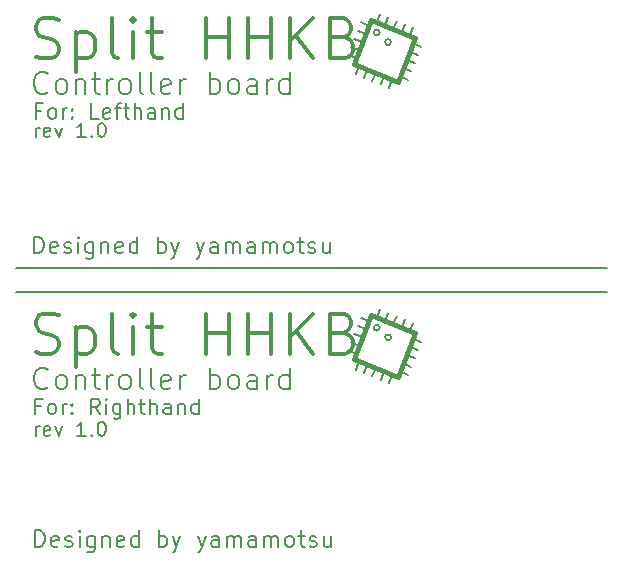
<source format=gbr>
G04 #@! TF.GenerationSoftware,KiCad,Pcbnew,(5.0.2)-1*
G04 #@! TF.CreationDate,2020-04-15T17:47:24+09:00*
G04 #@! TF.ProjectId,controller,636f6e74-726f-46c6-9c65-722e6b696361,rev?*
G04 #@! TF.SameCoordinates,Original*
G04 #@! TF.FileFunction,Legend,Top*
G04 #@! TF.FilePolarity,Positive*
%FSLAX46Y46*%
G04 Gerber Fmt 4.6, Leading zero omitted, Abs format (unit mm)*
G04 Created by KiCad (PCBNEW (5.0.2)-1) date 2020/04/15 17:47:24*
%MOMM*%
%LPD*%
G01*
G04 APERTURE LIST*
%ADD10C,0.150000*%
%ADD11C,0.200000*%
%ADD12C,0.300000*%
%ADD13C,0.400000*%
G04 APERTURE END LIST*
D10*
X50000000Y-73000000D02*
X100000000Y-73000000D01*
D11*
X52671428Y-83042857D02*
X52585714Y-83128571D01*
X52328571Y-83214285D01*
X52157142Y-83214285D01*
X51900000Y-83128571D01*
X51728571Y-82957142D01*
X51642857Y-82785714D01*
X51557142Y-82442857D01*
X51557142Y-82185714D01*
X51642857Y-81842857D01*
X51728571Y-81671428D01*
X51900000Y-81500000D01*
X52157142Y-81414285D01*
X52328571Y-81414285D01*
X52585714Y-81500000D01*
X52671428Y-81585714D01*
X53700000Y-83214285D02*
X53528571Y-83128571D01*
X53442857Y-83042857D01*
X53357142Y-82871428D01*
X53357142Y-82357142D01*
X53442857Y-82185714D01*
X53528571Y-82100000D01*
X53700000Y-82014285D01*
X53957142Y-82014285D01*
X54128571Y-82100000D01*
X54214285Y-82185714D01*
X54300000Y-82357142D01*
X54300000Y-82871428D01*
X54214285Y-83042857D01*
X54128571Y-83128571D01*
X53957142Y-83214285D01*
X53700000Y-83214285D01*
X55071428Y-82014285D02*
X55071428Y-83214285D01*
X55071428Y-82185714D02*
X55157142Y-82100000D01*
X55328571Y-82014285D01*
X55585714Y-82014285D01*
X55757142Y-82100000D01*
X55842857Y-82271428D01*
X55842857Y-83214285D01*
X56442857Y-82014285D02*
X57128571Y-82014285D01*
X56700000Y-81414285D02*
X56700000Y-82957142D01*
X56785714Y-83128571D01*
X56957142Y-83214285D01*
X57128571Y-83214285D01*
X57728571Y-83214285D02*
X57728571Y-82014285D01*
X57728571Y-82357142D02*
X57814285Y-82185714D01*
X57900000Y-82100000D01*
X58071428Y-82014285D01*
X58242857Y-82014285D01*
X59100000Y-83214285D02*
X58928571Y-83128571D01*
X58842857Y-83042857D01*
X58757142Y-82871428D01*
X58757142Y-82357142D01*
X58842857Y-82185714D01*
X58928571Y-82100000D01*
X59100000Y-82014285D01*
X59357142Y-82014285D01*
X59528571Y-82100000D01*
X59614285Y-82185714D01*
X59700000Y-82357142D01*
X59700000Y-82871428D01*
X59614285Y-83042857D01*
X59528571Y-83128571D01*
X59357142Y-83214285D01*
X59100000Y-83214285D01*
X60728571Y-83214285D02*
X60557142Y-83128571D01*
X60471428Y-82957142D01*
X60471428Y-81414285D01*
X61671428Y-83214285D02*
X61500000Y-83128571D01*
X61414285Y-82957142D01*
X61414285Y-81414285D01*
X63042857Y-83128571D02*
X62871428Y-83214285D01*
X62528571Y-83214285D01*
X62357142Y-83128571D01*
X62271428Y-82957142D01*
X62271428Y-82271428D01*
X62357142Y-82100000D01*
X62528571Y-82014285D01*
X62871428Y-82014285D01*
X63042857Y-82100000D01*
X63128571Y-82271428D01*
X63128571Y-82442857D01*
X62271428Y-82614285D01*
X63900000Y-83214285D02*
X63900000Y-82014285D01*
X63900000Y-82357142D02*
X63985714Y-82185714D01*
X64071428Y-82100000D01*
X64242857Y-82014285D01*
X64414285Y-82014285D01*
X66385714Y-83214285D02*
X66385714Y-81414285D01*
X66385714Y-82100000D02*
X66557142Y-82014285D01*
X66900000Y-82014285D01*
X67071428Y-82100000D01*
X67157142Y-82185714D01*
X67242857Y-82357142D01*
X67242857Y-82871428D01*
X67157142Y-83042857D01*
X67071428Y-83128571D01*
X66900000Y-83214285D01*
X66557142Y-83214285D01*
X66385714Y-83128571D01*
X68271428Y-83214285D02*
X68100000Y-83128571D01*
X68014285Y-83042857D01*
X67928571Y-82871428D01*
X67928571Y-82357142D01*
X68014285Y-82185714D01*
X68100000Y-82100000D01*
X68271428Y-82014285D01*
X68528571Y-82014285D01*
X68700000Y-82100000D01*
X68785714Y-82185714D01*
X68871428Y-82357142D01*
X68871428Y-82871428D01*
X68785714Y-83042857D01*
X68700000Y-83128571D01*
X68528571Y-83214285D01*
X68271428Y-83214285D01*
X70414285Y-83214285D02*
X70414285Y-82271428D01*
X70328571Y-82100000D01*
X70157142Y-82014285D01*
X69814285Y-82014285D01*
X69642857Y-82100000D01*
X70414285Y-83128571D02*
X70242857Y-83214285D01*
X69814285Y-83214285D01*
X69642857Y-83128571D01*
X69557142Y-82957142D01*
X69557142Y-82785714D01*
X69642857Y-82614285D01*
X69814285Y-82528571D01*
X70242857Y-82528571D01*
X70414285Y-82442857D01*
X71271428Y-83214285D02*
X71271428Y-82014285D01*
X71271428Y-82357142D02*
X71357142Y-82185714D01*
X71442857Y-82100000D01*
X71614285Y-82014285D01*
X71785714Y-82014285D01*
X73157142Y-83214285D02*
X73157142Y-81414285D01*
X73157142Y-83128571D02*
X72985714Y-83214285D01*
X72642857Y-83214285D01*
X72471428Y-83128571D01*
X72385714Y-83042857D01*
X72300000Y-82871428D01*
X72300000Y-82357142D01*
X72385714Y-82185714D01*
X72471428Y-82100000D01*
X72642857Y-82014285D01*
X72985714Y-82014285D01*
X73157142Y-82100000D01*
X100000000Y-75000000D02*
X50000000Y-75000000D01*
X51650000Y-96583333D02*
X51650000Y-95183333D01*
X51983333Y-95183333D01*
X52183333Y-95250000D01*
X52316666Y-95383333D01*
X52383333Y-95516666D01*
X52450000Y-95783333D01*
X52450000Y-95983333D01*
X52383333Y-96250000D01*
X52316666Y-96383333D01*
X52183333Y-96516666D01*
X51983333Y-96583333D01*
X51650000Y-96583333D01*
X53583333Y-96516666D02*
X53450000Y-96583333D01*
X53183333Y-96583333D01*
X53050000Y-96516666D01*
X52983333Y-96383333D01*
X52983333Y-95850000D01*
X53050000Y-95716666D01*
X53183333Y-95650000D01*
X53450000Y-95650000D01*
X53583333Y-95716666D01*
X53650000Y-95850000D01*
X53650000Y-95983333D01*
X52983333Y-96116666D01*
X54183333Y-96516666D02*
X54316666Y-96583333D01*
X54583333Y-96583333D01*
X54716666Y-96516666D01*
X54783333Y-96383333D01*
X54783333Y-96316666D01*
X54716666Y-96183333D01*
X54583333Y-96116666D01*
X54383333Y-96116666D01*
X54250000Y-96050000D01*
X54183333Y-95916666D01*
X54183333Y-95850000D01*
X54250000Y-95716666D01*
X54383333Y-95650000D01*
X54583333Y-95650000D01*
X54716666Y-95716666D01*
X55383333Y-96583333D02*
X55383333Y-95650000D01*
X55383333Y-95183333D02*
X55316666Y-95250000D01*
X55383333Y-95316666D01*
X55450000Y-95250000D01*
X55383333Y-95183333D01*
X55383333Y-95316666D01*
X56650000Y-95650000D02*
X56650000Y-96783333D01*
X56583333Y-96916666D01*
X56516666Y-96983333D01*
X56383333Y-97050000D01*
X56183333Y-97050000D01*
X56050000Y-96983333D01*
X56650000Y-96516666D02*
X56516666Y-96583333D01*
X56250000Y-96583333D01*
X56116666Y-96516666D01*
X56050000Y-96450000D01*
X55983333Y-96316666D01*
X55983333Y-95916666D01*
X56050000Y-95783333D01*
X56116666Y-95716666D01*
X56250000Y-95650000D01*
X56516666Y-95650000D01*
X56650000Y-95716666D01*
X57316666Y-95650000D02*
X57316666Y-96583333D01*
X57316666Y-95783333D02*
X57383333Y-95716666D01*
X57516666Y-95650000D01*
X57716666Y-95650000D01*
X57850000Y-95716666D01*
X57916666Y-95850000D01*
X57916666Y-96583333D01*
X59116666Y-96516666D02*
X58983333Y-96583333D01*
X58716666Y-96583333D01*
X58583333Y-96516666D01*
X58516666Y-96383333D01*
X58516666Y-95850000D01*
X58583333Y-95716666D01*
X58716666Y-95650000D01*
X58983333Y-95650000D01*
X59116666Y-95716666D01*
X59183333Y-95850000D01*
X59183333Y-95983333D01*
X58516666Y-96116666D01*
X60383333Y-96583333D02*
X60383333Y-95183333D01*
X60383333Y-96516666D02*
X60250000Y-96583333D01*
X59983333Y-96583333D01*
X59850000Y-96516666D01*
X59783333Y-96450000D01*
X59716666Y-96316666D01*
X59716666Y-95916666D01*
X59783333Y-95783333D01*
X59850000Y-95716666D01*
X59983333Y-95650000D01*
X60250000Y-95650000D01*
X60383333Y-95716666D01*
X62116666Y-96583333D02*
X62116666Y-95183333D01*
X62116666Y-95716666D02*
X62249999Y-95650000D01*
X62516666Y-95650000D01*
X62649999Y-95716666D01*
X62716666Y-95783333D01*
X62783333Y-95916666D01*
X62783333Y-96316666D01*
X62716666Y-96450000D01*
X62649999Y-96516666D01*
X62516666Y-96583333D01*
X62249999Y-96583333D01*
X62116666Y-96516666D01*
X63249999Y-95650000D02*
X63583333Y-96583333D01*
X63916666Y-95650000D02*
X63583333Y-96583333D01*
X63449999Y-96916666D01*
X63383333Y-96983333D01*
X63249999Y-97050000D01*
X65383333Y-95650000D02*
X65716666Y-96583333D01*
X66049999Y-95650000D02*
X65716666Y-96583333D01*
X65583333Y-96916666D01*
X65516666Y-96983333D01*
X65383333Y-97050000D01*
X67183333Y-96583333D02*
X67183333Y-95850000D01*
X67116666Y-95716666D01*
X66983333Y-95650000D01*
X66716666Y-95650000D01*
X66583333Y-95716666D01*
X67183333Y-96516666D02*
X67049999Y-96583333D01*
X66716666Y-96583333D01*
X66583333Y-96516666D01*
X66516666Y-96383333D01*
X66516666Y-96250000D01*
X66583333Y-96116666D01*
X66716666Y-96050000D01*
X67049999Y-96050000D01*
X67183333Y-95983333D01*
X67850000Y-96583333D02*
X67850000Y-95650000D01*
X67850000Y-95783333D02*
X67916666Y-95716666D01*
X68050000Y-95650000D01*
X68250000Y-95650000D01*
X68383333Y-95716666D01*
X68450000Y-95850000D01*
X68450000Y-96583333D01*
X68450000Y-95850000D02*
X68516666Y-95716666D01*
X68650000Y-95650000D01*
X68850000Y-95650000D01*
X68983333Y-95716666D01*
X69050000Y-95850000D01*
X69050000Y-96583333D01*
X70316666Y-96583333D02*
X70316666Y-95850000D01*
X70250000Y-95716666D01*
X70116666Y-95650000D01*
X69850000Y-95650000D01*
X69716666Y-95716666D01*
X70316666Y-96516666D02*
X70183333Y-96583333D01*
X69850000Y-96583333D01*
X69716666Y-96516666D01*
X69650000Y-96383333D01*
X69650000Y-96250000D01*
X69716666Y-96116666D01*
X69850000Y-96050000D01*
X70183333Y-96050000D01*
X70316666Y-95983333D01*
X70983333Y-96583333D02*
X70983333Y-95650000D01*
X70983333Y-95783333D02*
X71050000Y-95716666D01*
X71183333Y-95650000D01*
X71383333Y-95650000D01*
X71516666Y-95716666D01*
X71583333Y-95850000D01*
X71583333Y-96583333D01*
X71583333Y-95850000D02*
X71650000Y-95716666D01*
X71783333Y-95650000D01*
X71983333Y-95650000D01*
X72116666Y-95716666D01*
X72183333Y-95850000D01*
X72183333Y-96583333D01*
X73050000Y-96583333D02*
X72916666Y-96516666D01*
X72850000Y-96450000D01*
X72783333Y-96316666D01*
X72783333Y-95916666D01*
X72850000Y-95783333D01*
X72916666Y-95716666D01*
X73050000Y-95650000D01*
X73250000Y-95650000D01*
X73383333Y-95716666D01*
X73450000Y-95783333D01*
X73516666Y-95916666D01*
X73516666Y-96316666D01*
X73450000Y-96450000D01*
X73383333Y-96516666D01*
X73250000Y-96583333D01*
X73050000Y-96583333D01*
X73916666Y-95650000D02*
X74450000Y-95650000D01*
X74116666Y-95183333D02*
X74116666Y-96383333D01*
X74183333Y-96516666D01*
X74316666Y-96583333D01*
X74450000Y-96583333D01*
X74850000Y-96516666D02*
X74983333Y-96583333D01*
X75250000Y-96583333D01*
X75383333Y-96516666D01*
X75450000Y-96383333D01*
X75450000Y-96316666D01*
X75383333Y-96183333D01*
X75250000Y-96116666D01*
X75050000Y-96116666D01*
X74916666Y-96050000D01*
X74850000Y-95916666D01*
X74850000Y-95850000D01*
X74916666Y-95716666D01*
X75050000Y-95650000D01*
X75250000Y-95650000D01*
X75383333Y-95716666D01*
X76650000Y-95650000D02*
X76650000Y-96583333D01*
X76050000Y-95650000D02*
X76050000Y-96383333D01*
X76116666Y-96516666D01*
X76250000Y-96583333D01*
X76450000Y-96583333D01*
X76583333Y-96516666D01*
X76650000Y-96450000D01*
X51657142Y-87192857D02*
X51657142Y-86392857D01*
X51657142Y-86621428D02*
X51714285Y-86507142D01*
X51771428Y-86450000D01*
X51885714Y-86392857D01*
X52000000Y-86392857D01*
X52857142Y-87135714D02*
X52742857Y-87192857D01*
X52514285Y-87192857D01*
X52400000Y-87135714D01*
X52342857Y-87021428D01*
X52342857Y-86564285D01*
X52400000Y-86450000D01*
X52514285Y-86392857D01*
X52742857Y-86392857D01*
X52857142Y-86450000D01*
X52914285Y-86564285D01*
X52914285Y-86678571D01*
X52342857Y-86792857D01*
X53314285Y-86392857D02*
X53600000Y-87192857D01*
X53885714Y-86392857D01*
X55885714Y-87192857D02*
X55200000Y-87192857D01*
X55542857Y-87192857D02*
X55542857Y-85992857D01*
X55428571Y-86164285D01*
X55314285Y-86278571D01*
X55200000Y-86335714D01*
X56400000Y-87078571D02*
X56457142Y-87135714D01*
X56400000Y-87192857D01*
X56342857Y-87135714D01*
X56400000Y-87078571D01*
X56400000Y-87192857D01*
X57200000Y-85992857D02*
X57314285Y-85992857D01*
X57428571Y-86050000D01*
X57485714Y-86107142D01*
X57542857Y-86221428D01*
X57600000Y-86450000D01*
X57600000Y-86735714D01*
X57542857Y-86964285D01*
X57485714Y-87078571D01*
X57428571Y-87135714D01*
X57314285Y-87192857D01*
X57200000Y-87192857D01*
X57085714Y-87135714D01*
X57028571Y-87078571D01*
X56971428Y-86964285D01*
X56914285Y-86735714D01*
X56914285Y-86450000D01*
X56971428Y-86221428D01*
X57028571Y-86107142D01*
X57085714Y-86050000D01*
X57200000Y-85992857D01*
D12*
X51661904Y-80076190D02*
X52147619Y-80238095D01*
X52957142Y-80238095D01*
X53280952Y-80076190D01*
X53442857Y-79914285D01*
X53604761Y-79590476D01*
X53604761Y-79266666D01*
X53442857Y-78942857D01*
X53280952Y-78780952D01*
X52957142Y-78619047D01*
X52309523Y-78457142D01*
X51985714Y-78295238D01*
X51823809Y-78133333D01*
X51661904Y-77809523D01*
X51661904Y-77485714D01*
X51823809Y-77161904D01*
X51985714Y-77000000D01*
X52309523Y-76838095D01*
X53119047Y-76838095D01*
X53604761Y-77000000D01*
X55061904Y-77971428D02*
X55061904Y-81371428D01*
X55061904Y-78133333D02*
X55385714Y-77971428D01*
X56033333Y-77971428D01*
X56357142Y-78133333D01*
X56519047Y-78295238D01*
X56680952Y-78619047D01*
X56680952Y-79590476D01*
X56519047Y-79914285D01*
X56357142Y-80076190D01*
X56033333Y-80238095D01*
X55385714Y-80238095D01*
X55061904Y-80076190D01*
X58623809Y-80238095D02*
X58300000Y-80076190D01*
X58138095Y-79752380D01*
X58138095Y-76838095D01*
X59919047Y-80238095D02*
X59919047Y-77971428D01*
X59919047Y-76838095D02*
X59757142Y-77000000D01*
X59919047Y-77161904D01*
X60080952Y-77000000D01*
X59919047Y-76838095D01*
X59919047Y-77161904D01*
X61052380Y-77971428D02*
X62347619Y-77971428D01*
X61538095Y-76838095D02*
X61538095Y-79752380D01*
X61700000Y-80076190D01*
X62023809Y-80238095D01*
X62347619Y-80238095D01*
X66071428Y-80238095D02*
X66071428Y-76838095D01*
X66071428Y-78457142D02*
X68014285Y-78457142D01*
X68014285Y-80238095D02*
X68014285Y-76838095D01*
X69633333Y-80238095D02*
X69633333Y-76838095D01*
X69633333Y-78457142D02*
X71576190Y-78457142D01*
X71576190Y-80238095D02*
X71576190Y-76838095D01*
X73195238Y-80238095D02*
X73195238Y-76838095D01*
X75138095Y-80238095D02*
X73680952Y-78295238D01*
X75138095Y-76838095D02*
X73195238Y-78780952D01*
X77728571Y-78457142D02*
X78214285Y-78619047D01*
X78376190Y-78780952D01*
X78538095Y-79104761D01*
X78538095Y-79590476D01*
X78376190Y-79914285D01*
X78214285Y-80076190D01*
X77890476Y-80238095D01*
X76595238Y-80238095D01*
X76595238Y-76838095D01*
X77728571Y-76838095D01*
X78052380Y-77000000D01*
X78214285Y-77161904D01*
X78376190Y-77485714D01*
X78376190Y-77809523D01*
X78214285Y-78133333D01*
X78052380Y-78295238D01*
X77728571Y-78457142D01*
X76595238Y-78457142D01*
D11*
X52080952Y-84657142D02*
X51647619Y-84657142D01*
X51647619Y-85338095D02*
X51647619Y-84038095D01*
X52266666Y-84038095D01*
X52947619Y-85338095D02*
X52823809Y-85276190D01*
X52761904Y-85214285D01*
X52700000Y-85090476D01*
X52700000Y-84719047D01*
X52761904Y-84595238D01*
X52823809Y-84533333D01*
X52947619Y-84471428D01*
X53133333Y-84471428D01*
X53257142Y-84533333D01*
X53319047Y-84595238D01*
X53380952Y-84719047D01*
X53380952Y-85090476D01*
X53319047Y-85214285D01*
X53257142Y-85276190D01*
X53133333Y-85338095D01*
X52947619Y-85338095D01*
X53938095Y-85338095D02*
X53938095Y-84471428D01*
X53938095Y-84719047D02*
X54000000Y-84595238D01*
X54061904Y-84533333D01*
X54185714Y-84471428D01*
X54309523Y-84471428D01*
X54742857Y-85214285D02*
X54804761Y-85276190D01*
X54742857Y-85338095D01*
X54680952Y-85276190D01*
X54742857Y-85214285D01*
X54742857Y-85338095D01*
X54742857Y-84533333D02*
X54804761Y-84595238D01*
X54742857Y-84657142D01*
X54680952Y-84595238D01*
X54742857Y-84533333D01*
X54742857Y-84657142D01*
X57095238Y-85338095D02*
X56661904Y-84719047D01*
X56352380Y-85338095D02*
X56352380Y-84038095D01*
X56847619Y-84038095D01*
X56971428Y-84100000D01*
X57033333Y-84161904D01*
X57095238Y-84285714D01*
X57095238Y-84471428D01*
X57033333Y-84595238D01*
X56971428Y-84657142D01*
X56847619Y-84719047D01*
X56352380Y-84719047D01*
X57652380Y-85338095D02*
X57652380Y-84471428D01*
X57652380Y-84038095D02*
X57590476Y-84100000D01*
X57652380Y-84161904D01*
X57714285Y-84100000D01*
X57652380Y-84038095D01*
X57652380Y-84161904D01*
X58828571Y-84471428D02*
X58828571Y-85523809D01*
X58766666Y-85647619D01*
X58704761Y-85709523D01*
X58580952Y-85771428D01*
X58395238Y-85771428D01*
X58271428Y-85709523D01*
X58828571Y-85276190D02*
X58704761Y-85338095D01*
X58457142Y-85338095D01*
X58333333Y-85276190D01*
X58271428Y-85214285D01*
X58209523Y-85090476D01*
X58209523Y-84719047D01*
X58271428Y-84595238D01*
X58333333Y-84533333D01*
X58457142Y-84471428D01*
X58704761Y-84471428D01*
X58828571Y-84533333D01*
X59447619Y-85338095D02*
X59447619Y-84038095D01*
X60004761Y-85338095D02*
X60004761Y-84657142D01*
X59942857Y-84533333D01*
X59819047Y-84471428D01*
X59633333Y-84471428D01*
X59509523Y-84533333D01*
X59447619Y-84595238D01*
X60438095Y-84471428D02*
X60933333Y-84471428D01*
X60623809Y-84038095D02*
X60623809Y-85152380D01*
X60685714Y-85276190D01*
X60809523Y-85338095D01*
X60933333Y-85338095D01*
X61366666Y-85338095D02*
X61366666Y-84038095D01*
X61923809Y-85338095D02*
X61923809Y-84657142D01*
X61861904Y-84533333D01*
X61738095Y-84471428D01*
X61552380Y-84471428D01*
X61428571Y-84533333D01*
X61366666Y-84595238D01*
X63100000Y-85338095D02*
X63100000Y-84657142D01*
X63038095Y-84533333D01*
X62914285Y-84471428D01*
X62666666Y-84471428D01*
X62542857Y-84533333D01*
X63100000Y-85276190D02*
X62976190Y-85338095D01*
X62666666Y-85338095D01*
X62542857Y-85276190D01*
X62480952Y-85152380D01*
X62480952Y-85028571D01*
X62542857Y-84904761D01*
X62666666Y-84842857D01*
X62976190Y-84842857D01*
X63100000Y-84780952D01*
X63719047Y-84471428D02*
X63719047Y-85338095D01*
X63719047Y-84595238D02*
X63780952Y-84533333D01*
X63904761Y-84471428D01*
X64090476Y-84471428D01*
X64214285Y-84533333D01*
X64276190Y-84657142D01*
X64276190Y-85338095D01*
X65452380Y-85338095D02*
X65452380Y-84038095D01*
X65452380Y-85276190D02*
X65328571Y-85338095D01*
X65080952Y-85338095D01*
X64957142Y-85276190D01*
X64895238Y-85214285D01*
X64833333Y-85090476D01*
X64833333Y-84719047D01*
X64895238Y-84595238D01*
X64957142Y-84533333D01*
X65080952Y-84471428D01*
X65328571Y-84471428D01*
X65452380Y-84533333D01*
X52111904Y-59657142D02*
X51678571Y-59657142D01*
X51678571Y-60338095D02*
X51678571Y-59038095D01*
X52297619Y-59038095D01*
X52978571Y-60338095D02*
X52854761Y-60276190D01*
X52792857Y-60214285D01*
X52730952Y-60090476D01*
X52730952Y-59719047D01*
X52792857Y-59595238D01*
X52854761Y-59533333D01*
X52978571Y-59471428D01*
X53164285Y-59471428D01*
X53288095Y-59533333D01*
X53350000Y-59595238D01*
X53411904Y-59719047D01*
X53411904Y-60090476D01*
X53350000Y-60214285D01*
X53288095Y-60276190D01*
X53164285Y-60338095D01*
X52978571Y-60338095D01*
X53969047Y-60338095D02*
X53969047Y-59471428D01*
X53969047Y-59719047D02*
X54030952Y-59595238D01*
X54092857Y-59533333D01*
X54216666Y-59471428D01*
X54340476Y-59471428D01*
X54773809Y-60214285D02*
X54835714Y-60276190D01*
X54773809Y-60338095D01*
X54711904Y-60276190D01*
X54773809Y-60214285D01*
X54773809Y-60338095D01*
X54773809Y-59533333D02*
X54835714Y-59595238D01*
X54773809Y-59657142D01*
X54711904Y-59595238D01*
X54773809Y-59533333D01*
X54773809Y-59657142D01*
X57002380Y-60338095D02*
X56383333Y-60338095D01*
X56383333Y-59038095D01*
X57930952Y-60276190D02*
X57807142Y-60338095D01*
X57559523Y-60338095D01*
X57435714Y-60276190D01*
X57373809Y-60152380D01*
X57373809Y-59657142D01*
X57435714Y-59533333D01*
X57559523Y-59471428D01*
X57807142Y-59471428D01*
X57930952Y-59533333D01*
X57992857Y-59657142D01*
X57992857Y-59780952D01*
X57373809Y-59904761D01*
X58364285Y-59471428D02*
X58859523Y-59471428D01*
X58550000Y-60338095D02*
X58550000Y-59223809D01*
X58611904Y-59100000D01*
X58735714Y-59038095D01*
X58859523Y-59038095D01*
X59107142Y-59471428D02*
X59602380Y-59471428D01*
X59292857Y-59038095D02*
X59292857Y-60152380D01*
X59354761Y-60276190D01*
X59478571Y-60338095D01*
X59602380Y-60338095D01*
X60035714Y-60338095D02*
X60035714Y-59038095D01*
X60592857Y-60338095D02*
X60592857Y-59657142D01*
X60530952Y-59533333D01*
X60407142Y-59471428D01*
X60221428Y-59471428D01*
X60097619Y-59533333D01*
X60035714Y-59595238D01*
X61769047Y-60338095D02*
X61769047Y-59657142D01*
X61707142Y-59533333D01*
X61583333Y-59471428D01*
X61335714Y-59471428D01*
X61211904Y-59533333D01*
X61769047Y-60276190D02*
X61645238Y-60338095D01*
X61335714Y-60338095D01*
X61211904Y-60276190D01*
X61150000Y-60152380D01*
X61150000Y-60028571D01*
X61211904Y-59904761D01*
X61335714Y-59842857D01*
X61645238Y-59842857D01*
X61769047Y-59780952D01*
X62388095Y-59471428D02*
X62388095Y-60338095D01*
X62388095Y-59595238D02*
X62450000Y-59533333D01*
X62573809Y-59471428D01*
X62759523Y-59471428D01*
X62883333Y-59533333D01*
X62945238Y-59657142D01*
X62945238Y-60338095D01*
X64121428Y-60338095D02*
X64121428Y-59038095D01*
X64121428Y-60276190D02*
X63997619Y-60338095D01*
X63750000Y-60338095D01*
X63626190Y-60276190D01*
X63564285Y-60214285D01*
X63502380Y-60090476D01*
X63502380Y-59719047D01*
X63564285Y-59595238D01*
X63626190Y-59533333D01*
X63750000Y-59471428D01*
X63997619Y-59471428D01*
X64121428Y-59533333D01*
X51657142Y-61892857D02*
X51657142Y-61092857D01*
X51657142Y-61321428D02*
X51714285Y-61207142D01*
X51771428Y-61150000D01*
X51885714Y-61092857D01*
X52000000Y-61092857D01*
X52857142Y-61835714D02*
X52742857Y-61892857D01*
X52514285Y-61892857D01*
X52400000Y-61835714D01*
X52342857Y-61721428D01*
X52342857Y-61264285D01*
X52400000Y-61150000D01*
X52514285Y-61092857D01*
X52742857Y-61092857D01*
X52857142Y-61150000D01*
X52914285Y-61264285D01*
X52914285Y-61378571D01*
X52342857Y-61492857D01*
X53314285Y-61092857D02*
X53600000Y-61892857D01*
X53885714Y-61092857D01*
X55885714Y-61892857D02*
X55200000Y-61892857D01*
X55542857Y-61892857D02*
X55542857Y-60692857D01*
X55428571Y-60864285D01*
X55314285Y-60978571D01*
X55200000Y-61035714D01*
X56400000Y-61778571D02*
X56457142Y-61835714D01*
X56400000Y-61892857D01*
X56342857Y-61835714D01*
X56400000Y-61778571D01*
X56400000Y-61892857D01*
X57200000Y-60692857D02*
X57314285Y-60692857D01*
X57428571Y-60750000D01*
X57485714Y-60807142D01*
X57542857Y-60921428D01*
X57600000Y-61150000D01*
X57600000Y-61435714D01*
X57542857Y-61664285D01*
X57485714Y-61778571D01*
X57428571Y-61835714D01*
X57314285Y-61892857D01*
X57200000Y-61892857D01*
X57085714Y-61835714D01*
X57028571Y-61778571D01*
X56971428Y-61664285D01*
X56914285Y-61435714D01*
X56914285Y-61150000D01*
X56971428Y-60921428D01*
X57028571Y-60807142D01*
X57085714Y-60750000D01*
X57200000Y-60692857D01*
X52671428Y-58042857D02*
X52585714Y-58128571D01*
X52328571Y-58214285D01*
X52157142Y-58214285D01*
X51900000Y-58128571D01*
X51728571Y-57957142D01*
X51642857Y-57785714D01*
X51557142Y-57442857D01*
X51557142Y-57185714D01*
X51642857Y-56842857D01*
X51728571Y-56671428D01*
X51900000Y-56500000D01*
X52157142Y-56414285D01*
X52328571Y-56414285D01*
X52585714Y-56500000D01*
X52671428Y-56585714D01*
X53700000Y-58214285D02*
X53528571Y-58128571D01*
X53442857Y-58042857D01*
X53357142Y-57871428D01*
X53357142Y-57357142D01*
X53442857Y-57185714D01*
X53528571Y-57100000D01*
X53700000Y-57014285D01*
X53957142Y-57014285D01*
X54128571Y-57100000D01*
X54214285Y-57185714D01*
X54300000Y-57357142D01*
X54300000Y-57871428D01*
X54214285Y-58042857D01*
X54128571Y-58128571D01*
X53957142Y-58214285D01*
X53700000Y-58214285D01*
X55071428Y-57014285D02*
X55071428Y-58214285D01*
X55071428Y-57185714D02*
X55157142Y-57100000D01*
X55328571Y-57014285D01*
X55585714Y-57014285D01*
X55757142Y-57100000D01*
X55842857Y-57271428D01*
X55842857Y-58214285D01*
X56442857Y-57014285D02*
X57128571Y-57014285D01*
X56700000Y-56414285D02*
X56700000Y-57957142D01*
X56785714Y-58128571D01*
X56957142Y-58214285D01*
X57128571Y-58214285D01*
X57728571Y-58214285D02*
X57728571Y-57014285D01*
X57728571Y-57357142D02*
X57814285Y-57185714D01*
X57900000Y-57100000D01*
X58071428Y-57014285D01*
X58242857Y-57014285D01*
X59100000Y-58214285D02*
X58928571Y-58128571D01*
X58842857Y-58042857D01*
X58757142Y-57871428D01*
X58757142Y-57357142D01*
X58842857Y-57185714D01*
X58928571Y-57100000D01*
X59100000Y-57014285D01*
X59357142Y-57014285D01*
X59528571Y-57100000D01*
X59614285Y-57185714D01*
X59700000Y-57357142D01*
X59700000Y-57871428D01*
X59614285Y-58042857D01*
X59528571Y-58128571D01*
X59357142Y-58214285D01*
X59100000Y-58214285D01*
X60728571Y-58214285D02*
X60557142Y-58128571D01*
X60471428Y-57957142D01*
X60471428Y-56414285D01*
X61671428Y-58214285D02*
X61500000Y-58128571D01*
X61414285Y-57957142D01*
X61414285Y-56414285D01*
X63042857Y-58128571D02*
X62871428Y-58214285D01*
X62528571Y-58214285D01*
X62357142Y-58128571D01*
X62271428Y-57957142D01*
X62271428Y-57271428D01*
X62357142Y-57100000D01*
X62528571Y-57014285D01*
X62871428Y-57014285D01*
X63042857Y-57100000D01*
X63128571Y-57271428D01*
X63128571Y-57442857D01*
X62271428Y-57614285D01*
X63900000Y-58214285D02*
X63900000Y-57014285D01*
X63900000Y-57357142D02*
X63985714Y-57185714D01*
X64071428Y-57100000D01*
X64242857Y-57014285D01*
X64414285Y-57014285D01*
X66385714Y-58214285D02*
X66385714Y-56414285D01*
X66385714Y-57100000D02*
X66557142Y-57014285D01*
X66900000Y-57014285D01*
X67071428Y-57100000D01*
X67157142Y-57185714D01*
X67242857Y-57357142D01*
X67242857Y-57871428D01*
X67157142Y-58042857D01*
X67071428Y-58128571D01*
X66900000Y-58214285D01*
X66557142Y-58214285D01*
X66385714Y-58128571D01*
X68271428Y-58214285D02*
X68100000Y-58128571D01*
X68014285Y-58042857D01*
X67928571Y-57871428D01*
X67928571Y-57357142D01*
X68014285Y-57185714D01*
X68100000Y-57100000D01*
X68271428Y-57014285D01*
X68528571Y-57014285D01*
X68700000Y-57100000D01*
X68785714Y-57185714D01*
X68871428Y-57357142D01*
X68871428Y-57871428D01*
X68785714Y-58042857D01*
X68700000Y-58128571D01*
X68528571Y-58214285D01*
X68271428Y-58214285D01*
X70414285Y-58214285D02*
X70414285Y-57271428D01*
X70328571Y-57100000D01*
X70157142Y-57014285D01*
X69814285Y-57014285D01*
X69642857Y-57100000D01*
X70414285Y-58128571D02*
X70242857Y-58214285D01*
X69814285Y-58214285D01*
X69642857Y-58128571D01*
X69557142Y-57957142D01*
X69557142Y-57785714D01*
X69642857Y-57614285D01*
X69814285Y-57528571D01*
X70242857Y-57528571D01*
X70414285Y-57442857D01*
X71271428Y-58214285D02*
X71271428Y-57014285D01*
X71271428Y-57357142D02*
X71357142Y-57185714D01*
X71442857Y-57100000D01*
X71614285Y-57014285D01*
X71785714Y-57014285D01*
X73157142Y-58214285D02*
X73157142Y-56414285D01*
X73157142Y-58128571D02*
X72985714Y-58214285D01*
X72642857Y-58214285D01*
X72471428Y-58128571D01*
X72385714Y-58042857D01*
X72300000Y-57871428D01*
X72300000Y-57357142D01*
X72385714Y-57185714D01*
X72471428Y-57100000D01*
X72642857Y-57014285D01*
X72985714Y-57014285D01*
X73157142Y-57100000D01*
D12*
X51661904Y-55076190D02*
X52147619Y-55238095D01*
X52957142Y-55238095D01*
X53280952Y-55076190D01*
X53442857Y-54914285D01*
X53604761Y-54590476D01*
X53604761Y-54266666D01*
X53442857Y-53942857D01*
X53280952Y-53780952D01*
X52957142Y-53619047D01*
X52309523Y-53457142D01*
X51985714Y-53295238D01*
X51823809Y-53133333D01*
X51661904Y-52809523D01*
X51661904Y-52485714D01*
X51823809Y-52161904D01*
X51985714Y-52000000D01*
X52309523Y-51838095D01*
X53119047Y-51838095D01*
X53604761Y-52000000D01*
X55061904Y-52971428D02*
X55061904Y-56371428D01*
X55061904Y-53133333D02*
X55385714Y-52971428D01*
X56033333Y-52971428D01*
X56357142Y-53133333D01*
X56519047Y-53295238D01*
X56680952Y-53619047D01*
X56680952Y-54590476D01*
X56519047Y-54914285D01*
X56357142Y-55076190D01*
X56033333Y-55238095D01*
X55385714Y-55238095D01*
X55061904Y-55076190D01*
X58623809Y-55238095D02*
X58300000Y-55076190D01*
X58138095Y-54752380D01*
X58138095Y-51838095D01*
X59919047Y-55238095D02*
X59919047Y-52971428D01*
X59919047Y-51838095D02*
X59757142Y-52000000D01*
X59919047Y-52161904D01*
X60080952Y-52000000D01*
X59919047Y-51838095D01*
X59919047Y-52161904D01*
X61052380Y-52971428D02*
X62347619Y-52971428D01*
X61538095Y-51838095D02*
X61538095Y-54752380D01*
X61700000Y-55076190D01*
X62023809Y-55238095D01*
X62347619Y-55238095D01*
X66071428Y-55238095D02*
X66071428Y-51838095D01*
X66071428Y-53457142D02*
X68014285Y-53457142D01*
X68014285Y-55238095D02*
X68014285Y-51838095D01*
X69633333Y-55238095D02*
X69633333Y-51838095D01*
X69633333Y-53457142D02*
X71576190Y-53457142D01*
X71576190Y-55238095D02*
X71576190Y-51838095D01*
X73195238Y-55238095D02*
X73195238Y-51838095D01*
X75138095Y-55238095D02*
X73680952Y-53295238D01*
X75138095Y-51838095D02*
X73195238Y-53780952D01*
X77728571Y-53457142D02*
X78214285Y-53619047D01*
X78376190Y-53780952D01*
X78538095Y-54104761D01*
X78538095Y-54590476D01*
X78376190Y-54914285D01*
X78214285Y-55076190D01*
X77890476Y-55238095D01*
X76595238Y-55238095D01*
X76595238Y-51838095D01*
X77728571Y-51838095D01*
X78052380Y-52000000D01*
X78214285Y-52161904D01*
X78376190Y-52485714D01*
X78376190Y-52809523D01*
X78214285Y-53133333D01*
X78052380Y-53295238D01*
X77728571Y-53457142D01*
X76595238Y-53457142D01*
D11*
X51550000Y-71733333D02*
X51550000Y-70333333D01*
X51883333Y-70333333D01*
X52083333Y-70400000D01*
X52216666Y-70533333D01*
X52283333Y-70666666D01*
X52350000Y-70933333D01*
X52350000Y-71133333D01*
X52283333Y-71400000D01*
X52216666Y-71533333D01*
X52083333Y-71666666D01*
X51883333Y-71733333D01*
X51550000Y-71733333D01*
X53483333Y-71666666D02*
X53350000Y-71733333D01*
X53083333Y-71733333D01*
X52950000Y-71666666D01*
X52883333Y-71533333D01*
X52883333Y-71000000D01*
X52950000Y-70866666D01*
X53083333Y-70800000D01*
X53350000Y-70800000D01*
X53483333Y-70866666D01*
X53550000Y-71000000D01*
X53550000Y-71133333D01*
X52883333Y-71266666D01*
X54083333Y-71666666D02*
X54216666Y-71733333D01*
X54483333Y-71733333D01*
X54616666Y-71666666D01*
X54683333Y-71533333D01*
X54683333Y-71466666D01*
X54616666Y-71333333D01*
X54483333Y-71266666D01*
X54283333Y-71266666D01*
X54150000Y-71200000D01*
X54083333Y-71066666D01*
X54083333Y-71000000D01*
X54150000Y-70866666D01*
X54283333Y-70800000D01*
X54483333Y-70800000D01*
X54616666Y-70866666D01*
X55283333Y-71733333D02*
X55283333Y-70800000D01*
X55283333Y-70333333D02*
X55216666Y-70400000D01*
X55283333Y-70466666D01*
X55350000Y-70400000D01*
X55283333Y-70333333D01*
X55283333Y-70466666D01*
X56550000Y-70800000D02*
X56550000Y-71933333D01*
X56483333Y-72066666D01*
X56416666Y-72133333D01*
X56283333Y-72200000D01*
X56083333Y-72200000D01*
X55950000Y-72133333D01*
X56550000Y-71666666D02*
X56416666Y-71733333D01*
X56150000Y-71733333D01*
X56016666Y-71666666D01*
X55950000Y-71600000D01*
X55883333Y-71466666D01*
X55883333Y-71066666D01*
X55950000Y-70933333D01*
X56016666Y-70866666D01*
X56150000Y-70800000D01*
X56416666Y-70800000D01*
X56550000Y-70866666D01*
X57216666Y-70800000D02*
X57216666Y-71733333D01*
X57216666Y-70933333D02*
X57283333Y-70866666D01*
X57416666Y-70800000D01*
X57616666Y-70800000D01*
X57750000Y-70866666D01*
X57816666Y-71000000D01*
X57816666Y-71733333D01*
X59016666Y-71666666D02*
X58883333Y-71733333D01*
X58616666Y-71733333D01*
X58483333Y-71666666D01*
X58416666Y-71533333D01*
X58416666Y-71000000D01*
X58483333Y-70866666D01*
X58616666Y-70800000D01*
X58883333Y-70800000D01*
X59016666Y-70866666D01*
X59083333Y-71000000D01*
X59083333Y-71133333D01*
X58416666Y-71266666D01*
X60283333Y-71733333D02*
X60283333Y-70333333D01*
X60283333Y-71666666D02*
X60150000Y-71733333D01*
X59883333Y-71733333D01*
X59750000Y-71666666D01*
X59683333Y-71600000D01*
X59616666Y-71466666D01*
X59616666Y-71066666D01*
X59683333Y-70933333D01*
X59750000Y-70866666D01*
X59883333Y-70800000D01*
X60150000Y-70800000D01*
X60283333Y-70866666D01*
X62016666Y-71733333D02*
X62016666Y-70333333D01*
X62016666Y-70866666D02*
X62149999Y-70800000D01*
X62416666Y-70800000D01*
X62549999Y-70866666D01*
X62616666Y-70933333D01*
X62683333Y-71066666D01*
X62683333Y-71466666D01*
X62616666Y-71600000D01*
X62549999Y-71666666D01*
X62416666Y-71733333D01*
X62149999Y-71733333D01*
X62016666Y-71666666D01*
X63149999Y-70800000D02*
X63483333Y-71733333D01*
X63816666Y-70800000D02*
X63483333Y-71733333D01*
X63349999Y-72066666D01*
X63283333Y-72133333D01*
X63149999Y-72200000D01*
X65283333Y-70800000D02*
X65616666Y-71733333D01*
X65949999Y-70800000D02*
X65616666Y-71733333D01*
X65483333Y-72066666D01*
X65416666Y-72133333D01*
X65283333Y-72200000D01*
X67083333Y-71733333D02*
X67083333Y-71000000D01*
X67016666Y-70866666D01*
X66883333Y-70800000D01*
X66616666Y-70800000D01*
X66483333Y-70866666D01*
X67083333Y-71666666D02*
X66949999Y-71733333D01*
X66616666Y-71733333D01*
X66483333Y-71666666D01*
X66416666Y-71533333D01*
X66416666Y-71400000D01*
X66483333Y-71266666D01*
X66616666Y-71200000D01*
X66949999Y-71200000D01*
X67083333Y-71133333D01*
X67750000Y-71733333D02*
X67750000Y-70800000D01*
X67750000Y-70933333D02*
X67816666Y-70866666D01*
X67950000Y-70800000D01*
X68150000Y-70800000D01*
X68283333Y-70866666D01*
X68350000Y-71000000D01*
X68350000Y-71733333D01*
X68350000Y-71000000D02*
X68416666Y-70866666D01*
X68550000Y-70800000D01*
X68750000Y-70800000D01*
X68883333Y-70866666D01*
X68950000Y-71000000D01*
X68950000Y-71733333D01*
X70216666Y-71733333D02*
X70216666Y-71000000D01*
X70150000Y-70866666D01*
X70016666Y-70800000D01*
X69750000Y-70800000D01*
X69616666Y-70866666D01*
X70216666Y-71666666D02*
X70083333Y-71733333D01*
X69750000Y-71733333D01*
X69616666Y-71666666D01*
X69550000Y-71533333D01*
X69550000Y-71400000D01*
X69616666Y-71266666D01*
X69750000Y-71200000D01*
X70083333Y-71200000D01*
X70216666Y-71133333D01*
X70883333Y-71733333D02*
X70883333Y-70800000D01*
X70883333Y-70933333D02*
X70950000Y-70866666D01*
X71083333Y-70800000D01*
X71283333Y-70800000D01*
X71416666Y-70866666D01*
X71483333Y-71000000D01*
X71483333Y-71733333D01*
X71483333Y-71000000D02*
X71550000Y-70866666D01*
X71683333Y-70800000D01*
X71883333Y-70800000D01*
X72016666Y-70866666D01*
X72083333Y-71000000D01*
X72083333Y-71733333D01*
X72950000Y-71733333D02*
X72816666Y-71666666D01*
X72750000Y-71600000D01*
X72683333Y-71466666D01*
X72683333Y-71066666D01*
X72750000Y-70933333D01*
X72816666Y-70866666D01*
X72950000Y-70800000D01*
X73150000Y-70800000D01*
X73283333Y-70866666D01*
X73350000Y-70933333D01*
X73416666Y-71066666D01*
X73416666Y-71466666D01*
X73350000Y-71600000D01*
X73283333Y-71666666D01*
X73150000Y-71733333D01*
X72950000Y-71733333D01*
X73816666Y-70800000D02*
X74350000Y-70800000D01*
X74016666Y-70333333D02*
X74016666Y-71533333D01*
X74083333Y-71666666D01*
X74216666Y-71733333D01*
X74350000Y-71733333D01*
X74750000Y-71666666D02*
X74883333Y-71733333D01*
X75150000Y-71733333D01*
X75283333Y-71666666D01*
X75350000Y-71533333D01*
X75350000Y-71466666D01*
X75283333Y-71333333D01*
X75150000Y-71266666D01*
X74950000Y-71266666D01*
X74816666Y-71200000D01*
X74750000Y-71066666D01*
X74750000Y-71000000D01*
X74816666Y-70866666D01*
X74950000Y-70800000D01*
X75150000Y-70800000D01*
X75283333Y-70866666D01*
X76550000Y-70800000D02*
X76550000Y-71733333D01*
X75950000Y-70800000D02*
X75950000Y-71533333D01*
X76016666Y-71666666D01*
X76150000Y-71733333D01*
X76350000Y-71733333D01*
X76483333Y-71666666D01*
X76550000Y-71600000D01*
D13*
G04 #@! TO.C,REF\002A\002A*
X80094845Y-76996419D02*
X83803581Y-78494845D01*
X83803581Y-78494845D02*
X82305155Y-82203581D01*
X82305155Y-82203581D02*
X78596419Y-80705155D01*
X78596419Y-80705155D02*
X80094845Y-76996419D01*
D11*
X80558436Y-77183722D02*
X80839392Y-76488335D01*
X81253825Y-77464677D02*
X81534780Y-76769289D01*
X81949213Y-77745632D02*
X82230168Y-77050244D01*
X82644601Y-78026587D02*
X82925556Y-77331199D01*
X83339989Y-78307542D02*
X83620944Y-77612154D01*
X82492458Y-81739989D02*
X83187846Y-82020944D01*
X83335323Y-79653825D02*
X84030711Y-79934780D01*
X83054368Y-80349213D02*
X83749756Y-80630168D01*
X82773413Y-81044601D02*
X83468801Y-81325556D01*
X83616278Y-78958436D02*
X84311665Y-79239392D01*
X79755399Y-81173413D02*
X79474444Y-81868801D01*
X81146175Y-81735323D02*
X80865220Y-82430711D01*
X81841564Y-82016278D02*
X81560608Y-82711665D01*
X79060011Y-80892458D02*
X78779056Y-81587846D01*
X80450787Y-81454368D02*
X80169832Y-82149756D01*
X79345632Y-78850787D02*
X78650244Y-78569832D01*
X79626587Y-78155399D02*
X78931199Y-77874444D01*
X79064677Y-79546175D02*
X78369289Y-79265220D01*
X78783722Y-80241564D02*
X78088335Y-79960608D01*
X79907542Y-77460011D02*
X79212154Y-77179056D01*
D10*
X80786907Y-78037851D02*
G75*
G03X80786907Y-78037851I-250000J0D01*
G01*
X81749685Y-78858253D02*
G75*
G03X81749685Y-78858253I-250000J0D01*
G01*
X81749685Y-53858253D02*
G75*
G03X81749685Y-53858253I-250000J0D01*
G01*
X80786907Y-53037851D02*
G75*
G03X80786907Y-53037851I-250000J0D01*
G01*
D11*
X79907542Y-52460011D02*
X79212154Y-52179056D01*
X78783722Y-55241564D02*
X78088335Y-54960608D01*
X79064677Y-54546175D02*
X78369289Y-54265220D01*
X79626587Y-53155399D02*
X78931199Y-52874444D01*
X79345632Y-53850787D02*
X78650244Y-53569832D01*
X80450787Y-56454368D02*
X80169832Y-57149756D01*
X79060011Y-55892458D02*
X78779056Y-56587846D01*
X81841564Y-57016278D02*
X81560608Y-57711665D01*
X81146175Y-56735323D02*
X80865220Y-57430711D01*
X79755399Y-56173413D02*
X79474444Y-56868801D01*
X83616278Y-53958436D02*
X84311665Y-54239392D01*
X82773413Y-56044601D02*
X83468801Y-56325556D01*
X83054368Y-55349213D02*
X83749756Y-55630168D01*
X83335323Y-54653825D02*
X84030711Y-54934780D01*
X82492458Y-56739989D02*
X83187846Y-57020944D01*
X83339989Y-53307542D02*
X83620944Y-52612154D01*
X82644601Y-53026587D02*
X82925556Y-52331199D01*
X81949213Y-52745632D02*
X82230168Y-52050244D01*
X81253825Y-52464677D02*
X81534780Y-51769289D01*
X80558436Y-52183722D02*
X80839392Y-51488335D01*
D13*
X78596419Y-55705155D02*
X80094845Y-51996419D01*
X82305155Y-57203581D02*
X78596419Y-55705155D01*
X83803581Y-53494845D02*
X82305155Y-57203581D01*
X80094845Y-51996419D02*
X83803581Y-53494845D01*
G04 #@! TD*
M02*

</source>
